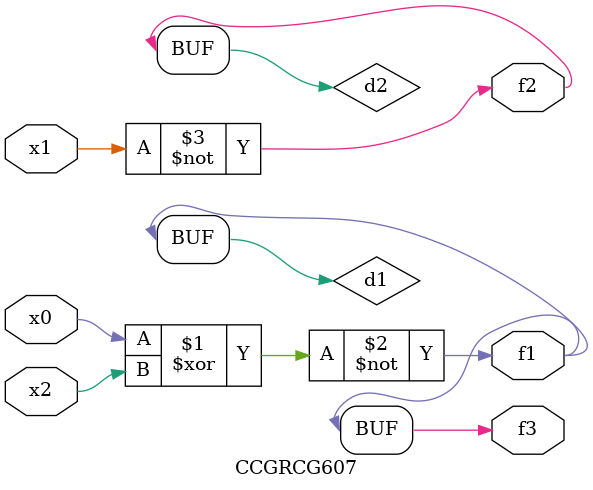
<source format=v>
module CCGRCG607(
	input x0, x1, x2,
	output f1, f2, f3
);

	wire d1, d2, d3;

	xnor (d1, x0, x2);
	nand (d2, x1);
	nor (d3, x1, x2);
	assign f1 = d1;
	assign f2 = d2;
	assign f3 = d1;
endmodule

</source>
